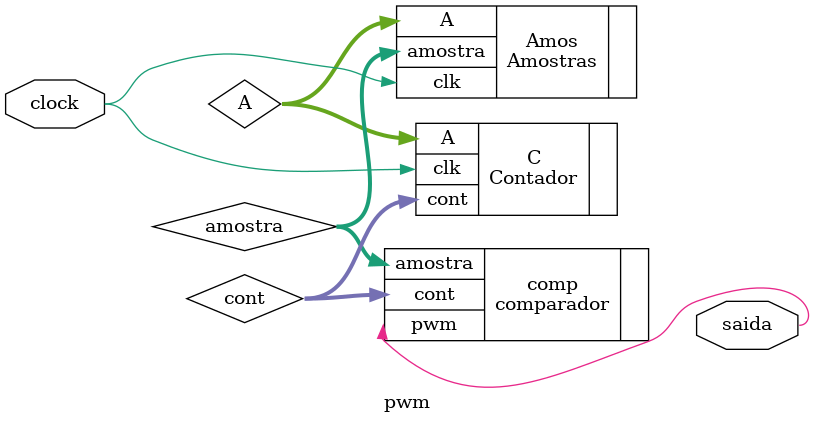
<source format=v>
module pwm(
input clock,
output saida);

	(*keep=1*) wire[11:0] cont;
	(*keep=1*) wire[11:0] amostra;
	(*keep=1*) wire[15:0] A;

	Contador C (
	.clk(clock),
	.cont(cont),
	.A(A));
	
	Amostras Amos(
	.clk(clock),
	.A(A),
	.amostra(amostra));
	
	comparador comp(
	.amostra(amostra),
	.cont(cont),
	.pwm(saida));
	
endmodule 

</source>
